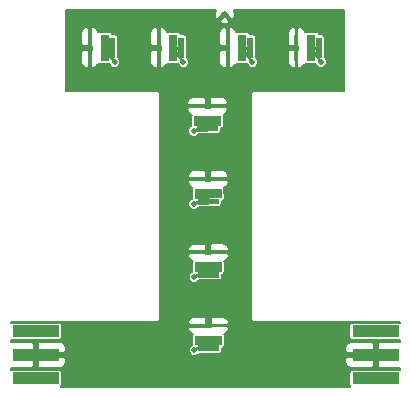
<source format=gtl>
G04 #@! TF.FileFunction,Copper,L1,Top,Signal*
%FSLAX46Y46*%
G04 Gerber Fmt 4.6, Leading zero omitted, Abs format (unit mm)*
G04 Created by KiCad (PCBNEW 4.0.0-rc2-stable) date 3/3/2016 3:47:50 PM*
%MOMM*%
G01*
G04 APERTURE LIST*
%ADD10C,0.150000*%
%ADD11R,0.500000X1.800000*%
%ADD12R,0.320000X2.300000*%
%ADD13R,0.800000X2.300000*%
%ADD14C,0.500000*%
%ADD15R,4.000000X1.000000*%
%ADD16C,0.600000*%
%ADD17C,0.254000*%
%ADD18C,0.152400*%
G04 APERTURE END LIST*
D10*
D11*
X73007390Y-22197104D03*
D12*
X71107390Y-22197104D03*
D13*
X72357390Y-22197104D03*
D14*
X73207390Y-23397104D03*
D11*
X67172870Y-22197104D03*
D12*
X65272870Y-22197104D03*
D13*
X66522870Y-22197104D03*
D14*
X67372870Y-23397104D03*
D11*
X61338347Y-22197104D03*
D12*
X59438347Y-22197104D03*
D13*
X60688347Y-22197104D03*
D14*
X61538347Y-23397104D03*
D11*
X55503820Y-22197104D03*
D12*
X53603820Y-22197104D03*
D13*
X54853820Y-22197104D03*
D14*
X55703820Y-23397104D03*
D10*
G36*
X64556991Y-47858141D02*
X62756994Y-47861440D01*
X62756077Y-47361441D01*
X64556074Y-47358142D01*
X64556991Y-47858141D01*
X64556991Y-47858141D01*
G37*
G36*
X64803342Y-45867687D02*
X62503346Y-45871903D01*
X62502760Y-45551903D01*
X64802756Y-45547687D01*
X64803342Y-45867687D01*
X64803342Y-45867687D01*
G37*
G36*
X64806073Y-47357684D02*
X62506077Y-47361900D01*
X62504611Y-46561902D01*
X64804607Y-46557686D01*
X64806073Y-47357684D01*
X64806073Y-47357684D01*
G37*
D14*
X62456902Y-47811991D03*
D10*
G36*
X64545624Y-41655588D02*
X62745627Y-41658887D01*
X62744710Y-41158888D01*
X64544707Y-41155589D01*
X64545624Y-41655588D01*
X64545624Y-41655588D01*
G37*
G36*
X64791975Y-39665134D02*
X62491979Y-39669350D01*
X62491393Y-39349350D01*
X64791389Y-39345134D01*
X64791975Y-39665134D01*
X64791975Y-39665134D01*
G37*
G36*
X64794706Y-41155131D02*
X62494710Y-41159347D01*
X62493244Y-40359349D01*
X64793240Y-40355133D01*
X64794706Y-41155131D01*
X64794706Y-41155131D01*
G37*
D14*
X62445535Y-41609438D03*
D10*
G36*
X64534792Y-35453389D02*
X62734819Y-35463336D01*
X62732056Y-34963343D01*
X64532029Y-34953396D01*
X64534792Y-35453389D01*
X64534792Y-35453389D01*
G37*
G36*
X64773791Y-33462037D02*
X62473826Y-33474748D01*
X62472057Y-33154753D01*
X64772022Y-33142042D01*
X64773791Y-33462037D01*
X64773791Y-33462037D01*
G37*
G36*
X64782025Y-34952015D02*
X62482060Y-34964725D01*
X62477639Y-34164737D01*
X64777604Y-34152027D01*
X64782025Y-34952015D01*
X64782025Y-34952015D01*
G37*
D14*
X62434547Y-35414995D03*
D10*
G36*
X64500642Y-29273609D02*
X62700669Y-29283556D01*
X62697906Y-28783563D01*
X64497879Y-28773616D01*
X64500642Y-29273609D01*
X64500642Y-29273609D01*
G37*
G36*
X64739641Y-27282257D02*
X62439676Y-27294968D01*
X62437907Y-26974973D01*
X64737872Y-26962262D01*
X64739641Y-27282257D01*
X64739641Y-27282257D01*
G37*
G36*
X64747875Y-28772235D02*
X62447910Y-28784945D01*
X62443489Y-27984957D01*
X64743454Y-27972247D01*
X64747875Y-28772235D01*
X64747875Y-28772235D01*
G37*
D14*
X62400397Y-29235215D03*
D15*
X77811740Y-50192207D03*
X77811740Y-48192207D03*
X77811740Y-46192207D03*
D16*
X76811740Y-50192207D03*
X76811740Y-48192207D03*
X76811740Y-46192207D03*
D15*
X49020844Y-46192207D03*
X49020844Y-48192207D03*
X49020844Y-50192207D03*
D16*
X50020844Y-46192207D03*
X50020844Y-48192207D03*
X50020844Y-50192207D03*
D14*
X65025270Y-19362594D03*
D17*
X73010000Y-22200000D02*
X72360000Y-22200000D01*
X73010000Y-22200000D02*
X72360000Y-22200000D01*
X73010000Y-22200000D02*
X72360000Y-22200000D01*
X73010000Y-22200000D02*
X72360000Y-22200000D01*
X73010000Y-22200000D02*
X72360000Y-22200000D01*
X73010000Y-22200000D02*
X72360000Y-22200000D01*
X73010000Y-22200000D02*
X72360000Y-22200000D01*
X73010000Y-22200000D02*
X72360000Y-22200000D01*
X73010000Y-22200000D02*
X72360000Y-22200000D01*
X72360000Y-22200000D02*
X73210000Y-23400000D01*
X72360000Y-22200000D02*
X73210000Y-23400000D01*
X72360000Y-22200000D02*
X73210000Y-23400000D01*
X72360000Y-22200000D02*
X73210000Y-23400000D01*
X72360000Y-22200000D02*
X73210000Y-23400000D01*
X72360000Y-22200000D02*
X73210000Y-23400000D01*
X72360000Y-22200000D02*
X73210000Y-23400000D01*
X72360000Y-22200000D02*
X73210000Y-23400000D01*
X72360000Y-22200000D02*
X73210000Y-23400000D01*
X67170000Y-22200000D02*
X66520000Y-22200000D01*
X67170000Y-22200000D02*
X66520000Y-22200000D01*
X67170000Y-22200000D02*
X66520000Y-22200000D01*
X67170000Y-22200000D02*
X66520000Y-22200000D01*
X67170000Y-22200000D02*
X66520000Y-22200000D01*
X67170000Y-22200000D02*
X66520000Y-22200000D01*
X67170000Y-22200000D02*
X66520000Y-22200000D01*
X67170000Y-22200000D02*
X66520000Y-22200000D01*
X67170000Y-22200000D02*
X66520000Y-22200000D01*
X66520000Y-22200000D02*
X67370000Y-23400000D01*
X66520000Y-22200000D02*
X67370000Y-23400000D01*
X66520000Y-22200000D02*
X67370000Y-23400000D01*
X66520000Y-22200000D02*
X67370000Y-23400000D01*
X66520000Y-22200000D02*
X67370000Y-23400000D01*
X66520000Y-22200000D02*
X67370000Y-23400000D01*
X66520000Y-22200000D02*
X67370000Y-23400000D01*
X66520000Y-22200000D02*
X67370000Y-23400000D01*
X66520000Y-22200000D02*
X67370000Y-23400000D01*
X61340000Y-22200000D02*
X60690000Y-22200000D01*
X61340000Y-22200000D02*
X60690000Y-22200000D01*
X61340000Y-22200000D02*
X60690000Y-22200000D01*
X61340000Y-22200000D02*
X60690000Y-22200000D01*
X61340000Y-22200000D02*
X60690000Y-22200000D01*
X61340000Y-22200000D02*
X60690000Y-22200000D01*
X61340000Y-22200000D02*
X60690000Y-22200000D01*
X61340000Y-22200000D02*
X60690000Y-22200000D01*
X61340000Y-22200000D02*
X60690000Y-22200000D01*
X60690000Y-22200000D02*
X61540000Y-23400000D01*
X60690000Y-22200000D02*
X61540000Y-23400000D01*
X60690000Y-22200000D02*
X61540000Y-23400000D01*
X60690000Y-22200000D02*
X61540000Y-23400000D01*
X60690000Y-22200000D02*
X61540000Y-23400000D01*
X60690000Y-22200000D02*
X61540000Y-23400000D01*
X60690000Y-22200000D02*
X61540000Y-23400000D01*
X60690000Y-22200000D02*
X61540000Y-23400000D01*
X60690000Y-22200000D02*
X61540000Y-23400000D01*
X55500000Y-22200000D02*
X54850000Y-22200000D01*
X55500000Y-22200000D02*
X54850000Y-22200000D01*
X55500000Y-22200000D02*
X54850000Y-22200000D01*
X55500000Y-22200000D02*
X54850000Y-22200000D01*
X55500000Y-22200000D02*
X54850000Y-22200000D01*
X55500000Y-22200000D02*
X54850000Y-22200000D01*
X55500000Y-22200000D02*
X54850000Y-22200000D01*
X55500000Y-22200000D02*
X54850000Y-22200000D01*
X55500000Y-22200000D02*
X54850000Y-22200000D01*
X54850000Y-22200000D02*
X55700000Y-23400000D01*
X54850000Y-22200000D02*
X55700000Y-23400000D01*
X54850000Y-22200000D02*
X55700000Y-23400000D01*
X54850000Y-22200000D02*
X55700000Y-23400000D01*
X54850000Y-22200000D02*
X55700000Y-23400000D01*
X54850000Y-22200000D02*
X55700000Y-23400000D01*
X54850000Y-22200000D02*
X55700000Y-23400000D01*
X54850000Y-22200000D02*
X55700000Y-23400000D01*
X54850000Y-22200000D02*
X55700000Y-23400000D01*
X63660000Y-47610000D02*
X63660000Y-46960000D01*
X63660000Y-47610000D02*
X63660000Y-46960000D01*
X63660000Y-47610000D02*
X63660000Y-46960000D01*
X63660000Y-47610000D02*
X63660000Y-46960000D01*
X63660000Y-47610000D02*
X63660000Y-46960000D01*
X63660000Y-47610000D02*
X63660000Y-46960000D01*
X63660000Y-47610000D02*
X63660000Y-46960000D01*
X63660000Y-47610000D02*
X63660000Y-46960000D01*
X63660000Y-47610000D02*
X63660000Y-46960000D01*
X63660000Y-46960000D02*
X62460000Y-47810000D01*
X63660000Y-46960000D02*
X62460000Y-47810000D01*
X63660000Y-46960000D02*
X62460000Y-47810000D01*
X63660000Y-46960000D02*
X62460000Y-47810000D01*
X63660000Y-46960000D02*
X62460000Y-47810000D01*
X63660000Y-46960000D02*
X62460000Y-47810000D01*
X63660000Y-46960000D02*
X62460000Y-47810000D01*
X63660000Y-46960000D02*
X62460000Y-47810000D01*
X63660000Y-46960000D02*
X62460000Y-47810000D01*
X63650000Y-41410000D02*
X63640000Y-40760000D01*
X63650000Y-41410000D02*
X63640000Y-40760000D01*
X63650000Y-41410000D02*
X63640000Y-40760000D01*
X63650000Y-41410000D02*
X63640000Y-40760000D01*
X63650000Y-41410000D02*
X63640000Y-40760000D01*
X63650000Y-41410000D02*
X63640000Y-40760000D01*
X63650000Y-41410000D02*
X63640000Y-40760000D01*
X63650000Y-41410000D02*
X63640000Y-40760000D01*
X63650000Y-41410000D02*
X63640000Y-40760000D01*
X63640000Y-40760000D02*
X62450000Y-41610000D01*
X63640000Y-40760000D02*
X62450000Y-41610000D01*
X63640000Y-40760000D02*
X62450000Y-41610000D01*
X63640000Y-40760000D02*
X62450000Y-41610000D01*
X63640000Y-40760000D02*
X62450000Y-41610000D01*
X63640000Y-40760000D02*
X62450000Y-41610000D01*
X63640000Y-40760000D02*
X62450000Y-41610000D01*
X63640000Y-40760000D02*
X62450000Y-41610000D01*
X63640000Y-40760000D02*
X62450000Y-41610000D01*
X63630000Y-35210000D02*
X63630000Y-34560000D01*
X63630000Y-35210000D02*
X63630000Y-34560000D01*
X63630000Y-35210000D02*
X63630000Y-34560000D01*
X63630000Y-35210000D02*
X63630000Y-34560000D01*
X63630000Y-35210000D02*
X63630000Y-34560000D01*
X63630000Y-35210000D02*
X63630000Y-34560000D01*
X63630000Y-35210000D02*
X63630000Y-34560000D01*
X63630000Y-35210000D02*
X63630000Y-34560000D01*
X63630000Y-35210000D02*
X63630000Y-34560000D01*
X63630000Y-34560000D02*
X62430000Y-35410000D01*
X63630000Y-34560000D02*
X62430000Y-35410000D01*
X63630000Y-34560000D02*
X62430000Y-35410000D01*
X63630000Y-34560000D02*
X62430000Y-35410000D01*
X63630000Y-34560000D02*
X62430000Y-35410000D01*
X63630000Y-34560000D02*
X62430000Y-35410000D01*
X63630000Y-34560000D02*
X62430000Y-35410000D01*
X63630000Y-34560000D02*
X62430000Y-35410000D01*
X63630000Y-34560000D02*
X62430000Y-35410000D01*
X63600000Y-29030000D02*
X63600000Y-28380000D01*
X63600000Y-29030000D02*
X63600000Y-28380000D01*
X63600000Y-29030000D02*
X63600000Y-28380000D01*
X63600000Y-29030000D02*
X63600000Y-28380000D01*
X63600000Y-29030000D02*
X63600000Y-28380000D01*
X63600000Y-29030000D02*
X63600000Y-28380000D01*
X63600000Y-29030000D02*
X63600000Y-28380000D01*
X63600000Y-29030000D02*
X63600000Y-28380000D01*
X63600000Y-29030000D02*
X63600000Y-28380000D01*
X63600000Y-28380000D02*
X62400000Y-29240000D01*
X63600000Y-28380000D02*
X62400000Y-29240000D01*
X63600000Y-28380000D02*
X62400000Y-29240000D01*
X63600000Y-28380000D02*
X62400000Y-29240000D01*
X63600000Y-28380000D02*
X62400000Y-29240000D01*
X63600000Y-28380000D02*
X62400000Y-29240000D01*
X63600000Y-28380000D02*
X62400000Y-29240000D01*
X63600000Y-28380000D02*
X62400000Y-29240000D01*
X63600000Y-28380000D02*
X62400000Y-29240000D01*
D18*
G36*
X64178026Y-19287741D02*
X64213874Y-19617665D01*
X64271164Y-19755975D01*
X64446634Y-19764453D01*
X64848493Y-19362594D01*
X64797016Y-19311117D01*
X64973793Y-19134340D01*
X65025270Y-19185817D01*
X65076748Y-19134340D01*
X65253525Y-19311117D01*
X65202047Y-19362594D01*
X65603906Y-19764453D01*
X65779376Y-19755975D01*
X65872514Y-19437447D01*
X65836666Y-19107523D01*
X65791549Y-18998600D01*
X75151400Y-18998600D01*
X75151400Y-25861400D01*
X67500000Y-25861400D01*
X67393384Y-25882607D01*
X67303000Y-25943000D01*
X67242607Y-26033384D01*
X67221400Y-26140000D01*
X67221400Y-45150000D01*
X67242607Y-45256616D01*
X67303000Y-45347000D01*
X67393384Y-45407393D01*
X67500000Y-45428600D01*
X79841400Y-45428600D01*
X79841400Y-45465135D01*
X79811740Y-45459129D01*
X75811740Y-45459129D01*
X75727026Y-45475069D01*
X75649222Y-45525135D01*
X75597025Y-45601527D01*
X75578662Y-45692207D01*
X75578662Y-46692207D01*
X75594602Y-46776921D01*
X75644668Y-46854725D01*
X75721060Y-46906922D01*
X75811740Y-46925285D01*
X79811740Y-46925285D01*
X79841400Y-46919704D01*
X79841400Y-47108007D01*
X78135590Y-47108007D01*
X77989540Y-47254057D01*
X77989540Y-48014407D01*
X78009540Y-48014407D01*
X78009540Y-48370007D01*
X77989540Y-48370007D01*
X77989540Y-49130357D01*
X78135590Y-49276407D01*
X79841400Y-49276407D01*
X79841400Y-49465135D01*
X79811740Y-49459129D01*
X75811740Y-49459129D01*
X75727026Y-49475069D01*
X75649222Y-49525135D01*
X75597025Y-49601527D01*
X75578662Y-49692207D01*
X75578662Y-50692207D01*
X75594602Y-50776921D01*
X75644668Y-50854725D01*
X75669072Y-50871400D01*
X67500000Y-50871400D01*
X67449726Y-50881400D01*
X59350274Y-50881400D01*
X59300000Y-50871400D01*
X51164526Y-50871400D01*
X51183362Y-50859279D01*
X51235559Y-50782887D01*
X51253922Y-50692207D01*
X51253922Y-49692207D01*
X51237982Y-49607493D01*
X51187916Y-49529689D01*
X51111524Y-49477492D01*
X51020844Y-49459129D01*
X47020844Y-49459129D01*
X46936130Y-49475069D01*
X46908600Y-49492784D01*
X46908600Y-49276407D01*
X48696994Y-49276407D01*
X48843044Y-49130357D01*
X48843044Y-48370007D01*
X48823044Y-48370007D01*
X48823044Y-48130540D01*
X49121432Y-48130540D01*
X49166297Y-48479424D01*
X49198644Y-48557517D01*
X49198644Y-49130357D01*
X49344694Y-49276407D01*
X51137048Y-49276407D01*
X51351766Y-49187468D01*
X51516105Y-49023130D01*
X51605044Y-48808412D01*
X51605044Y-48516057D01*
X51458994Y-48370007D01*
X50888764Y-48370007D01*
X50920256Y-48253874D01*
X50889462Y-48014407D01*
X51458994Y-48014407D01*
X51605044Y-47868357D01*
X51605044Y-47576002D01*
X51516105Y-47361284D01*
X51351766Y-47196946D01*
X51137048Y-47108007D01*
X49344694Y-47108007D01*
X49198644Y-47254057D01*
X49198644Y-47845809D01*
X49121432Y-48130540D01*
X48823044Y-48130540D01*
X48823044Y-48014407D01*
X48843044Y-48014407D01*
X48843044Y-47254057D01*
X48696994Y-47108007D01*
X46908600Y-47108007D01*
X46908600Y-46892188D01*
X46930164Y-46906922D01*
X47020844Y-46925285D01*
X51020844Y-46925285D01*
X51105558Y-46909345D01*
X51183362Y-46859279D01*
X51235559Y-46782887D01*
X51253922Y-46692207D01*
X51253922Y-45939023D01*
X61919268Y-45939023D01*
X61919360Y-45989178D01*
X62008693Y-46203733D01*
X62173333Y-46367769D01*
X62319433Y-46427973D01*
X62289730Y-46471615D01*
X62271533Y-46562329D01*
X62272999Y-47362327D01*
X62274374Y-47369564D01*
X62186151Y-47406017D01*
X62051402Y-47540532D01*
X61978386Y-47716374D01*
X61978219Y-47906773D01*
X62050928Y-48082742D01*
X62185443Y-48217491D01*
X62361285Y-48290507D01*
X62551684Y-48290674D01*
X62727653Y-48217965D01*
X62851487Y-48094346D01*
X64557418Y-48091219D01*
X64642103Y-48075123D01*
X64719816Y-48024915D01*
X64771872Y-47948427D01*
X64790069Y-47857714D01*
X64789579Y-47590793D01*
X64806500Y-47590762D01*
X64884155Y-47576002D01*
X75227540Y-47576002D01*
X75227540Y-47868357D01*
X75373590Y-48014407D01*
X75943820Y-48014407D01*
X75912328Y-48130540D01*
X75943122Y-48370007D01*
X75373590Y-48370007D01*
X75227540Y-48516057D01*
X75227540Y-48808412D01*
X75316479Y-49023130D01*
X75480818Y-49187468D01*
X75695536Y-49276407D01*
X77487890Y-49276407D01*
X77633940Y-49130357D01*
X77633940Y-48538605D01*
X77711152Y-48253874D01*
X77666287Y-47904990D01*
X77633940Y-47826897D01*
X77633940Y-47254057D01*
X77487890Y-47108007D01*
X75695536Y-47108007D01*
X75480818Y-47196946D01*
X75316479Y-47361284D01*
X75227540Y-47576002D01*
X64884155Y-47576002D01*
X64891185Y-47574666D01*
X64968897Y-47524458D01*
X65020954Y-47447971D01*
X65039151Y-47357257D01*
X65037685Y-46557259D01*
X65021589Y-46472574D01*
X64989544Y-46422974D01*
X65135172Y-46362340D01*
X65299209Y-46197702D01*
X65387754Y-45982821D01*
X65387662Y-45932666D01*
X65241345Y-45786884D01*
X63830997Y-45789469D01*
X63831144Y-45869469D01*
X63475545Y-45870121D01*
X63475398Y-45790121D01*
X62065050Y-45792706D01*
X61919268Y-45939023D01*
X51253922Y-45939023D01*
X51253922Y-45692207D01*
X51237982Y-45607493D01*
X51187916Y-45529689D01*
X51111524Y-45477492D01*
X51020844Y-45459129D01*
X47020844Y-45459129D01*
X46936130Y-45475069D01*
X46908600Y-45492784D01*
X46908600Y-45436769D01*
X61918348Y-45436769D01*
X61918440Y-45486924D01*
X62064757Y-45632706D01*
X63475105Y-45630121D01*
X63474155Y-45111972D01*
X63473501Y-45111320D01*
X63829754Y-45111320D01*
X63830704Y-45629469D01*
X65241052Y-45626884D01*
X65386834Y-45480567D01*
X65386742Y-45430412D01*
X65297409Y-45215857D01*
X65132769Y-45051821D01*
X64917889Y-44963275D01*
X64685480Y-44963701D01*
X63975536Y-44965003D01*
X63829754Y-45111320D01*
X63473501Y-45111320D01*
X63327837Y-44966190D01*
X62617894Y-44967491D01*
X62385485Y-44967917D01*
X62170930Y-45057250D01*
X62006893Y-45221888D01*
X61918348Y-45436769D01*
X46908600Y-45436769D01*
X46908600Y-45428600D01*
X59300000Y-45428600D01*
X59406616Y-45407393D01*
X59497000Y-45347000D01*
X59557393Y-45256616D01*
X59578600Y-45150000D01*
X59578600Y-39736470D01*
X61907901Y-39736470D01*
X61907993Y-39786625D01*
X61997326Y-40001180D01*
X62161966Y-40165216D01*
X62308066Y-40225420D01*
X62278363Y-40269062D01*
X62260166Y-40359776D01*
X62261632Y-41159774D01*
X62263007Y-41167011D01*
X62174784Y-41203464D01*
X62040035Y-41337979D01*
X61967019Y-41513821D01*
X61966852Y-41704220D01*
X62039561Y-41880189D01*
X62174076Y-42014938D01*
X62349918Y-42087954D01*
X62540317Y-42088121D01*
X62716286Y-42015412D01*
X62840120Y-41891793D01*
X64546051Y-41888666D01*
X64630736Y-41872570D01*
X64708449Y-41822362D01*
X64760505Y-41745874D01*
X64778702Y-41655161D01*
X64778212Y-41388240D01*
X64795133Y-41388209D01*
X64879818Y-41372113D01*
X64957530Y-41321905D01*
X65009587Y-41245418D01*
X65027784Y-41154704D01*
X65026318Y-40354706D01*
X65010222Y-40270021D01*
X64978177Y-40220421D01*
X65123805Y-40159787D01*
X65287842Y-39995149D01*
X65376387Y-39780268D01*
X65376295Y-39730113D01*
X65229978Y-39584331D01*
X63819630Y-39586916D01*
X63819777Y-39666916D01*
X63464178Y-39667568D01*
X63464031Y-39587568D01*
X62053683Y-39590153D01*
X61907901Y-39736470D01*
X59578600Y-39736470D01*
X59578600Y-39234216D01*
X61906981Y-39234216D01*
X61907073Y-39284371D01*
X62053390Y-39430153D01*
X63463738Y-39427568D01*
X63462788Y-38909419D01*
X63462134Y-38908767D01*
X63818387Y-38908767D01*
X63819337Y-39426916D01*
X65229685Y-39424331D01*
X65375467Y-39278014D01*
X65375375Y-39227859D01*
X65286042Y-39013304D01*
X65121402Y-38849268D01*
X64906522Y-38760722D01*
X64674113Y-38761148D01*
X63964169Y-38762450D01*
X63818387Y-38908767D01*
X63462134Y-38908767D01*
X63316470Y-38763637D01*
X62606527Y-38764938D01*
X62374118Y-38765364D01*
X62159563Y-38854697D01*
X61995526Y-39019335D01*
X61906981Y-39234216D01*
X59578600Y-39234216D01*
X59578600Y-33544025D01*
X61890000Y-33544025D01*
X61890277Y-33594179D01*
X61980401Y-33808403D01*
X62145646Y-33971830D01*
X62291967Y-34031493D01*
X62262426Y-34075245D01*
X62244565Y-34166025D01*
X62248986Y-34966013D01*
X62250388Y-34973242D01*
X62163796Y-35009021D01*
X62029047Y-35143536D01*
X61956031Y-35319378D01*
X61955864Y-35509777D01*
X62028573Y-35685746D01*
X62163088Y-35820495D01*
X62338930Y-35893511D01*
X62529329Y-35893678D01*
X62705298Y-35820969D01*
X62830597Y-35695888D01*
X64536080Y-35686463D01*
X64620705Y-35670056D01*
X64698231Y-35619560D01*
X64750005Y-35542882D01*
X64767866Y-35452101D01*
X64766391Y-35185183D01*
X64783313Y-35185089D01*
X64867938Y-35168682D01*
X64945464Y-35118186D01*
X64997238Y-35041507D01*
X65015099Y-34950727D01*
X65010678Y-34150739D01*
X64994271Y-34066114D01*
X64962042Y-34016633D01*
X65107444Y-33955462D01*
X65270873Y-33790218D01*
X65358624Y-33575012D01*
X65358347Y-33524858D01*
X65211492Y-33379617D01*
X63801163Y-33387411D01*
X63801605Y-33467410D01*
X63446011Y-33469375D01*
X63445569Y-33389376D01*
X62035240Y-33397170D01*
X61890000Y-33544025D01*
X59578600Y-33544025D01*
X59578600Y-33041778D01*
X61887224Y-33041778D01*
X61887501Y-33091932D01*
X62034356Y-33237173D01*
X63444685Y-33229379D01*
X63441821Y-32711237D01*
X63439835Y-32709272D01*
X63797416Y-32709272D01*
X63800279Y-33227414D01*
X65210608Y-33219620D01*
X65355848Y-33072765D01*
X65355571Y-33022611D01*
X65265447Y-32808387D01*
X65100202Y-32644960D01*
X64884996Y-32557209D01*
X64652591Y-32558493D01*
X63942656Y-32562417D01*
X63797416Y-32709272D01*
X63439835Y-32709272D01*
X63294966Y-32565996D01*
X62585032Y-32569919D01*
X62352627Y-32571204D01*
X62138404Y-32661328D01*
X61974975Y-32826572D01*
X61887224Y-33041778D01*
X59578600Y-33041778D01*
X59578600Y-27364245D01*
X61855850Y-27364245D01*
X61856127Y-27414399D01*
X61946251Y-27628623D01*
X62111496Y-27792050D01*
X62257817Y-27851713D01*
X62228276Y-27895465D01*
X62210415Y-27986245D01*
X62214836Y-28786233D01*
X62216238Y-28793462D01*
X62129646Y-28829241D01*
X61994897Y-28963756D01*
X61921881Y-29139598D01*
X61921714Y-29329997D01*
X61994423Y-29505966D01*
X62128938Y-29640715D01*
X62304780Y-29713731D01*
X62495179Y-29713898D01*
X62671148Y-29641189D01*
X62796447Y-29516108D01*
X64501930Y-29506683D01*
X64586555Y-29490276D01*
X64664081Y-29439780D01*
X64715855Y-29363102D01*
X64733716Y-29272321D01*
X64732241Y-29005403D01*
X64749163Y-29005309D01*
X64833788Y-28988902D01*
X64911314Y-28938406D01*
X64963088Y-28861727D01*
X64980949Y-28770947D01*
X64976528Y-27970959D01*
X64960121Y-27886334D01*
X64927892Y-27836853D01*
X65073294Y-27775682D01*
X65236723Y-27610438D01*
X65324474Y-27395232D01*
X65324197Y-27345078D01*
X65177342Y-27199837D01*
X63767013Y-27207631D01*
X63767455Y-27287630D01*
X63411861Y-27289595D01*
X63411419Y-27209596D01*
X62001090Y-27217390D01*
X61855850Y-27364245D01*
X59578600Y-27364245D01*
X59578600Y-26861998D01*
X61853074Y-26861998D01*
X61853351Y-26912152D01*
X62000206Y-27057393D01*
X63410535Y-27049599D01*
X63407671Y-26531457D01*
X63405685Y-26529492D01*
X63763266Y-26529492D01*
X63766129Y-27047634D01*
X65176458Y-27039840D01*
X65321698Y-26892985D01*
X65321421Y-26842831D01*
X65231297Y-26628607D01*
X65066052Y-26465180D01*
X64850846Y-26377429D01*
X64618441Y-26378713D01*
X63908506Y-26382637D01*
X63763266Y-26529492D01*
X63405685Y-26529492D01*
X63260816Y-26386216D01*
X62550882Y-26390139D01*
X62318477Y-26391424D01*
X62104254Y-26481548D01*
X61940825Y-26646792D01*
X61853074Y-26861998D01*
X59578600Y-26861998D01*
X59578600Y-26140000D01*
X59557393Y-26033384D01*
X59497000Y-25943000D01*
X59406616Y-25882607D01*
X59300000Y-25861400D01*
X51608600Y-25861400D01*
X51608600Y-22520954D01*
X52859620Y-22520954D01*
X52859620Y-23463308D01*
X52948559Y-23678026D01*
X53112897Y-23842365D01*
X53327615Y-23931304D01*
X53377770Y-23931304D01*
X53523820Y-23785254D01*
X53523820Y-22374904D01*
X53005670Y-22374904D01*
X52859620Y-22520954D01*
X51608600Y-22520954D01*
X51608600Y-20930900D01*
X52859620Y-20930900D01*
X52859620Y-21873254D01*
X53005670Y-22019304D01*
X53523820Y-22019304D01*
X53523820Y-20608954D01*
X53683820Y-20608954D01*
X53683820Y-22019304D01*
X53763820Y-22019304D01*
X53763820Y-22374904D01*
X53683820Y-22374904D01*
X53683820Y-23785254D01*
X53829870Y-23931304D01*
X53880025Y-23931304D01*
X54094743Y-23842365D01*
X54259081Y-23678026D01*
X54319552Y-23532036D01*
X54363140Y-23561819D01*
X54453820Y-23580182D01*
X55253820Y-23580182D01*
X55261058Y-23578820D01*
X55297846Y-23667855D01*
X55432361Y-23802604D01*
X55608203Y-23875620D01*
X55798602Y-23875787D01*
X55974571Y-23803078D01*
X56109320Y-23668563D01*
X56182336Y-23492721D01*
X56182503Y-23302322D01*
X56109794Y-23126353D01*
X55986898Y-23003243D01*
X55986898Y-22520954D01*
X58694147Y-22520954D01*
X58694147Y-23463308D01*
X58783086Y-23678026D01*
X58947424Y-23842365D01*
X59162142Y-23931304D01*
X59212297Y-23931304D01*
X59358347Y-23785254D01*
X59358347Y-22374904D01*
X58840197Y-22374904D01*
X58694147Y-22520954D01*
X55986898Y-22520954D01*
X55986898Y-21297104D01*
X55970958Y-21212390D01*
X55920892Y-21134586D01*
X55844500Y-21082389D01*
X55753820Y-21064026D01*
X55486898Y-21064026D01*
X55486898Y-21047104D01*
X55470958Y-20962390D01*
X55450695Y-20930900D01*
X58694147Y-20930900D01*
X58694147Y-21873254D01*
X58840197Y-22019304D01*
X59358347Y-22019304D01*
X59358347Y-20608954D01*
X59518347Y-20608954D01*
X59518347Y-22019304D01*
X59598347Y-22019304D01*
X59598347Y-22374904D01*
X59518347Y-22374904D01*
X59518347Y-23785254D01*
X59664397Y-23931304D01*
X59714552Y-23931304D01*
X59929270Y-23842365D01*
X60093608Y-23678026D01*
X60154079Y-23532036D01*
X60197667Y-23561819D01*
X60288347Y-23580182D01*
X61088347Y-23580182D01*
X61095585Y-23578820D01*
X61132373Y-23667855D01*
X61266888Y-23802604D01*
X61442730Y-23875620D01*
X61633129Y-23875787D01*
X61809098Y-23803078D01*
X61943847Y-23668563D01*
X62016863Y-23492721D01*
X62017030Y-23302322D01*
X61944321Y-23126353D01*
X61821425Y-23003243D01*
X61821425Y-22520954D01*
X64528670Y-22520954D01*
X64528670Y-23463308D01*
X64617609Y-23678026D01*
X64781947Y-23842365D01*
X64996665Y-23931304D01*
X65046820Y-23931304D01*
X65192870Y-23785254D01*
X65192870Y-22374904D01*
X64674720Y-22374904D01*
X64528670Y-22520954D01*
X61821425Y-22520954D01*
X61821425Y-21297104D01*
X61805485Y-21212390D01*
X61755419Y-21134586D01*
X61679027Y-21082389D01*
X61588347Y-21064026D01*
X61321425Y-21064026D01*
X61321425Y-21047104D01*
X61305485Y-20962390D01*
X61285222Y-20930900D01*
X64528670Y-20930900D01*
X64528670Y-21873254D01*
X64674720Y-22019304D01*
X65192870Y-22019304D01*
X65192870Y-20608954D01*
X65352870Y-20608954D01*
X65352870Y-22019304D01*
X65432870Y-22019304D01*
X65432870Y-22374904D01*
X65352870Y-22374904D01*
X65352870Y-23785254D01*
X65498920Y-23931304D01*
X65549075Y-23931304D01*
X65763793Y-23842365D01*
X65928131Y-23678026D01*
X65988602Y-23532036D01*
X66032190Y-23561819D01*
X66122870Y-23580182D01*
X66922870Y-23580182D01*
X66930108Y-23578820D01*
X66966896Y-23667855D01*
X67101411Y-23802604D01*
X67277253Y-23875620D01*
X67467652Y-23875787D01*
X67643621Y-23803078D01*
X67778370Y-23668563D01*
X67851386Y-23492721D01*
X67851553Y-23302322D01*
X67778844Y-23126353D01*
X67655948Y-23003243D01*
X67655948Y-22520954D01*
X70363190Y-22520954D01*
X70363190Y-23463308D01*
X70452129Y-23678026D01*
X70616467Y-23842365D01*
X70831185Y-23931304D01*
X70881340Y-23931304D01*
X71027390Y-23785254D01*
X71027390Y-22374904D01*
X70509240Y-22374904D01*
X70363190Y-22520954D01*
X67655948Y-22520954D01*
X67655948Y-21297104D01*
X67640008Y-21212390D01*
X67589942Y-21134586D01*
X67513550Y-21082389D01*
X67422870Y-21064026D01*
X67155948Y-21064026D01*
X67155948Y-21047104D01*
X67140008Y-20962390D01*
X67119745Y-20930900D01*
X70363190Y-20930900D01*
X70363190Y-21873254D01*
X70509240Y-22019304D01*
X71027390Y-22019304D01*
X71027390Y-20608954D01*
X71187390Y-20608954D01*
X71187390Y-22019304D01*
X71267390Y-22019304D01*
X71267390Y-22374904D01*
X71187390Y-22374904D01*
X71187390Y-23785254D01*
X71333440Y-23931304D01*
X71383595Y-23931304D01*
X71598313Y-23842365D01*
X71762651Y-23678026D01*
X71823122Y-23532036D01*
X71866710Y-23561819D01*
X71957390Y-23580182D01*
X72757390Y-23580182D01*
X72764628Y-23578820D01*
X72801416Y-23667855D01*
X72935931Y-23802604D01*
X73111773Y-23875620D01*
X73302172Y-23875787D01*
X73478141Y-23803078D01*
X73612890Y-23668563D01*
X73685906Y-23492721D01*
X73686073Y-23302322D01*
X73613364Y-23126353D01*
X73490468Y-23003243D01*
X73490468Y-21297104D01*
X73474528Y-21212390D01*
X73424462Y-21134586D01*
X73348070Y-21082389D01*
X73257390Y-21064026D01*
X72990468Y-21064026D01*
X72990468Y-21047104D01*
X72974528Y-20962390D01*
X72924462Y-20884586D01*
X72848070Y-20832389D01*
X72757390Y-20814026D01*
X71957390Y-20814026D01*
X71872676Y-20829966D01*
X71823018Y-20861921D01*
X71762651Y-20716182D01*
X71598313Y-20551843D01*
X71383595Y-20462904D01*
X71333440Y-20462904D01*
X71187390Y-20608954D01*
X71027390Y-20608954D01*
X70881340Y-20462904D01*
X70831185Y-20462904D01*
X70616467Y-20551843D01*
X70452129Y-20716182D01*
X70363190Y-20930900D01*
X67119745Y-20930900D01*
X67089942Y-20884586D01*
X67013550Y-20832389D01*
X66922870Y-20814026D01*
X66122870Y-20814026D01*
X66038156Y-20829966D01*
X65988498Y-20861921D01*
X65928131Y-20716182D01*
X65763793Y-20551843D01*
X65549075Y-20462904D01*
X65498920Y-20462904D01*
X65352870Y-20608954D01*
X65192870Y-20608954D01*
X65046820Y-20462904D01*
X64996665Y-20462904D01*
X64781947Y-20551843D01*
X64617609Y-20716182D01*
X64528670Y-20930900D01*
X61285222Y-20930900D01*
X61255419Y-20884586D01*
X61179027Y-20832389D01*
X61088347Y-20814026D01*
X60288347Y-20814026D01*
X60203633Y-20829966D01*
X60153975Y-20861921D01*
X60093608Y-20716182D01*
X59929270Y-20551843D01*
X59714552Y-20462904D01*
X59664397Y-20462904D01*
X59518347Y-20608954D01*
X59358347Y-20608954D01*
X59212297Y-20462904D01*
X59162142Y-20462904D01*
X58947424Y-20551843D01*
X58783086Y-20716182D01*
X58694147Y-20930900D01*
X55450695Y-20930900D01*
X55420892Y-20884586D01*
X55344500Y-20832389D01*
X55253820Y-20814026D01*
X54453820Y-20814026D01*
X54369106Y-20829966D01*
X54319448Y-20861921D01*
X54259081Y-20716182D01*
X54094743Y-20551843D01*
X53880025Y-20462904D01*
X53829870Y-20462904D01*
X53683820Y-20608954D01*
X53523820Y-20608954D01*
X53377770Y-20462904D01*
X53327615Y-20462904D01*
X53112897Y-20551843D01*
X52948559Y-20716182D01*
X52859620Y-20930900D01*
X51608600Y-20930900D01*
X51608600Y-19941230D01*
X64623411Y-19941230D01*
X64631889Y-20116700D01*
X64950417Y-20209838D01*
X65280341Y-20173990D01*
X65418651Y-20116700D01*
X65427129Y-19941230D01*
X65025270Y-19539371D01*
X64623411Y-19941230D01*
X51608600Y-19941230D01*
X51608600Y-18998600D01*
X64262571Y-18998600D01*
X64178026Y-19287741D01*
X64178026Y-19287741D01*
G37*
X64178026Y-19287741D02*
X64213874Y-19617665D01*
X64271164Y-19755975D01*
X64446634Y-19764453D01*
X64848493Y-19362594D01*
X64797016Y-19311117D01*
X64973793Y-19134340D01*
X65025270Y-19185817D01*
X65076748Y-19134340D01*
X65253525Y-19311117D01*
X65202047Y-19362594D01*
X65603906Y-19764453D01*
X65779376Y-19755975D01*
X65872514Y-19437447D01*
X65836666Y-19107523D01*
X65791549Y-18998600D01*
X75151400Y-18998600D01*
X75151400Y-25861400D01*
X67500000Y-25861400D01*
X67393384Y-25882607D01*
X67303000Y-25943000D01*
X67242607Y-26033384D01*
X67221400Y-26140000D01*
X67221400Y-45150000D01*
X67242607Y-45256616D01*
X67303000Y-45347000D01*
X67393384Y-45407393D01*
X67500000Y-45428600D01*
X79841400Y-45428600D01*
X79841400Y-45465135D01*
X79811740Y-45459129D01*
X75811740Y-45459129D01*
X75727026Y-45475069D01*
X75649222Y-45525135D01*
X75597025Y-45601527D01*
X75578662Y-45692207D01*
X75578662Y-46692207D01*
X75594602Y-46776921D01*
X75644668Y-46854725D01*
X75721060Y-46906922D01*
X75811740Y-46925285D01*
X79811740Y-46925285D01*
X79841400Y-46919704D01*
X79841400Y-47108007D01*
X78135590Y-47108007D01*
X77989540Y-47254057D01*
X77989540Y-48014407D01*
X78009540Y-48014407D01*
X78009540Y-48370007D01*
X77989540Y-48370007D01*
X77989540Y-49130357D01*
X78135590Y-49276407D01*
X79841400Y-49276407D01*
X79841400Y-49465135D01*
X79811740Y-49459129D01*
X75811740Y-49459129D01*
X75727026Y-49475069D01*
X75649222Y-49525135D01*
X75597025Y-49601527D01*
X75578662Y-49692207D01*
X75578662Y-50692207D01*
X75594602Y-50776921D01*
X75644668Y-50854725D01*
X75669072Y-50871400D01*
X67500000Y-50871400D01*
X67449726Y-50881400D01*
X59350274Y-50881400D01*
X59300000Y-50871400D01*
X51164526Y-50871400D01*
X51183362Y-50859279D01*
X51235559Y-50782887D01*
X51253922Y-50692207D01*
X51253922Y-49692207D01*
X51237982Y-49607493D01*
X51187916Y-49529689D01*
X51111524Y-49477492D01*
X51020844Y-49459129D01*
X47020844Y-49459129D01*
X46936130Y-49475069D01*
X46908600Y-49492784D01*
X46908600Y-49276407D01*
X48696994Y-49276407D01*
X48843044Y-49130357D01*
X48843044Y-48370007D01*
X48823044Y-48370007D01*
X48823044Y-48130540D01*
X49121432Y-48130540D01*
X49166297Y-48479424D01*
X49198644Y-48557517D01*
X49198644Y-49130357D01*
X49344694Y-49276407D01*
X51137048Y-49276407D01*
X51351766Y-49187468D01*
X51516105Y-49023130D01*
X51605044Y-48808412D01*
X51605044Y-48516057D01*
X51458994Y-48370007D01*
X50888764Y-48370007D01*
X50920256Y-48253874D01*
X50889462Y-48014407D01*
X51458994Y-48014407D01*
X51605044Y-47868357D01*
X51605044Y-47576002D01*
X51516105Y-47361284D01*
X51351766Y-47196946D01*
X51137048Y-47108007D01*
X49344694Y-47108007D01*
X49198644Y-47254057D01*
X49198644Y-47845809D01*
X49121432Y-48130540D01*
X48823044Y-48130540D01*
X48823044Y-48014407D01*
X48843044Y-48014407D01*
X48843044Y-47254057D01*
X48696994Y-47108007D01*
X46908600Y-47108007D01*
X46908600Y-46892188D01*
X46930164Y-46906922D01*
X47020844Y-46925285D01*
X51020844Y-46925285D01*
X51105558Y-46909345D01*
X51183362Y-46859279D01*
X51235559Y-46782887D01*
X51253922Y-46692207D01*
X51253922Y-45939023D01*
X61919268Y-45939023D01*
X61919360Y-45989178D01*
X62008693Y-46203733D01*
X62173333Y-46367769D01*
X62319433Y-46427973D01*
X62289730Y-46471615D01*
X62271533Y-46562329D01*
X62272999Y-47362327D01*
X62274374Y-47369564D01*
X62186151Y-47406017D01*
X62051402Y-47540532D01*
X61978386Y-47716374D01*
X61978219Y-47906773D01*
X62050928Y-48082742D01*
X62185443Y-48217491D01*
X62361285Y-48290507D01*
X62551684Y-48290674D01*
X62727653Y-48217965D01*
X62851487Y-48094346D01*
X64557418Y-48091219D01*
X64642103Y-48075123D01*
X64719816Y-48024915D01*
X64771872Y-47948427D01*
X64790069Y-47857714D01*
X64789579Y-47590793D01*
X64806500Y-47590762D01*
X64884155Y-47576002D01*
X75227540Y-47576002D01*
X75227540Y-47868357D01*
X75373590Y-48014407D01*
X75943820Y-48014407D01*
X75912328Y-48130540D01*
X75943122Y-48370007D01*
X75373590Y-48370007D01*
X75227540Y-48516057D01*
X75227540Y-48808412D01*
X75316479Y-49023130D01*
X75480818Y-49187468D01*
X75695536Y-49276407D01*
X77487890Y-49276407D01*
X77633940Y-49130357D01*
X77633940Y-48538605D01*
X77711152Y-48253874D01*
X77666287Y-47904990D01*
X77633940Y-47826897D01*
X77633940Y-47254057D01*
X77487890Y-47108007D01*
X75695536Y-47108007D01*
X75480818Y-47196946D01*
X75316479Y-47361284D01*
X75227540Y-47576002D01*
X64884155Y-47576002D01*
X64891185Y-47574666D01*
X64968897Y-47524458D01*
X65020954Y-47447971D01*
X65039151Y-47357257D01*
X65037685Y-46557259D01*
X65021589Y-46472574D01*
X64989544Y-46422974D01*
X65135172Y-46362340D01*
X65299209Y-46197702D01*
X65387754Y-45982821D01*
X65387662Y-45932666D01*
X65241345Y-45786884D01*
X63830997Y-45789469D01*
X63831144Y-45869469D01*
X63475545Y-45870121D01*
X63475398Y-45790121D01*
X62065050Y-45792706D01*
X61919268Y-45939023D01*
X51253922Y-45939023D01*
X51253922Y-45692207D01*
X51237982Y-45607493D01*
X51187916Y-45529689D01*
X51111524Y-45477492D01*
X51020844Y-45459129D01*
X47020844Y-45459129D01*
X46936130Y-45475069D01*
X46908600Y-45492784D01*
X46908600Y-45436769D01*
X61918348Y-45436769D01*
X61918440Y-45486924D01*
X62064757Y-45632706D01*
X63475105Y-45630121D01*
X63474155Y-45111972D01*
X63473501Y-45111320D01*
X63829754Y-45111320D01*
X63830704Y-45629469D01*
X65241052Y-45626884D01*
X65386834Y-45480567D01*
X65386742Y-45430412D01*
X65297409Y-45215857D01*
X65132769Y-45051821D01*
X64917889Y-44963275D01*
X64685480Y-44963701D01*
X63975536Y-44965003D01*
X63829754Y-45111320D01*
X63473501Y-45111320D01*
X63327837Y-44966190D01*
X62617894Y-44967491D01*
X62385485Y-44967917D01*
X62170930Y-45057250D01*
X62006893Y-45221888D01*
X61918348Y-45436769D01*
X46908600Y-45436769D01*
X46908600Y-45428600D01*
X59300000Y-45428600D01*
X59406616Y-45407393D01*
X59497000Y-45347000D01*
X59557393Y-45256616D01*
X59578600Y-45150000D01*
X59578600Y-39736470D01*
X61907901Y-39736470D01*
X61907993Y-39786625D01*
X61997326Y-40001180D01*
X62161966Y-40165216D01*
X62308066Y-40225420D01*
X62278363Y-40269062D01*
X62260166Y-40359776D01*
X62261632Y-41159774D01*
X62263007Y-41167011D01*
X62174784Y-41203464D01*
X62040035Y-41337979D01*
X61967019Y-41513821D01*
X61966852Y-41704220D01*
X62039561Y-41880189D01*
X62174076Y-42014938D01*
X62349918Y-42087954D01*
X62540317Y-42088121D01*
X62716286Y-42015412D01*
X62840120Y-41891793D01*
X64546051Y-41888666D01*
X64630736Y-41872570D01*
X64708449Y-41822362D01*
X64760505Y-41745874D01*
X64778702Y-41655161D01*
X64778212Y-41388240D01*
X64795133Y-41388209D01*
X64879818Y-41372113D01*
X64957530Y-41321905D01*
X65009587Y-41245418D01*
X65027784Y-41154704D01*
X65026318Y-40354706D01*
X65010222Y-40270021D01*
X64978177Y-40220421D01*
X65123805Y-40159787D01*
X65287842Y-39995149D01*
X65376387Y-39780268D01*
X65376295Y-39730113D01*
X65229978Y-39584331D01*
X63819630Y-39586916D01*
X63819777Y-39666916D01*
X63464178Y-39667568D01*
X63464031Y-39587568D01*
X62053683Y-39590153D01*
X61907901Y-39736470D01*
X59578600Y-39736470D01*
X59578600Y-39234216D01*
X61906981Y-39234216D01*
X61907073Y-39284371D01*
X62053390Y-39430153D01*
X63463738Y-39427568D01*
X63462788Y-38909419D01*
X63462134Y-38908767D01*
X63818387Y-38908767D01*
X63819337Y-39426916D01*
X65229685Y-39424331D01*
X65375467Y-39278014D01*
X65375375Y-39227859D01*
X65286042Y-39013304D01*
X65121402Y-38849268D01*
X64906522Y-38760722D01*
X64674113Y-38761148D01*
X63964169Y-38762450D01*
X63818387Y-38908767D01*
X63462134Y-38908767D01*
X63316470Y-38763637D01*
X62606527Y-38764938D01*
X62374118Y-38765364D01*
X62159563Y-38854697D01*
X61995526Y-39019335D01*
X61906981Y-39234216D01*
X59578600Y-39234216D01*
X59578600Y-33544025D01*
X61890000Y-33544025D01*
X61890277Y-33594179D01*
X61980401Y-33808403D01*
X62145646Y-33971830D01*
X62291967Y-34031493D01*
X62262426Y-34075245D01*
X62244565Y-34166025D01*
X62248986Y-34966013D01*
X62250388Y-34973242D01*
X62163796Y-35009021D01*
X62029047Y-35143536D01*
X61956031Y-35319378D01*
X61955864Y-35509777D01*
X62028573Y-35685746D01*
X62163088Y-35820495D01*
X62338930Y-35893511D01*
X62529329Y-35893678D01*
X62705298Y-35820969D01*
X62830597Y-35695888D01*
X64536080Y-35686463D01*
X64620705Y-35670056D01*
X64698231Y-35619560D01*
X64750005Y-35542882D01*
X64767866Y-35452101D01*
X64766391Y-35185183D01*
X64783313Y-35185089D01*
X64867938Y-35168682D01*
X64945464Y-35118186D01*
X64997238Y-35041507D01*
X65015099Y-34950727D01*
X65010678Y-34150739D01*
X64994271Y-34066114D01*
X64962042Y-34016633D01*
X65107444Y-33955462D01*
X65270873Y-33790218D01*
X65358624Y-33575012D01*
X65358347Y-33524858D01*
X65211492Y-33379617D01*
X63801163Y-33387411D01*
X63801605Y-33467410D01*
X63446011Y-33469375D01*
X63445569Y-33389376D01*
X62035240Y-33397170D01*
X61890000Y-33544025D01*
X59578600Y-33544025D01*
X59578600Y-33041778D01*
X61887224Y-33041778D01*
X61887501Y-33091932D01*
X62034356Y-33237173D01*
X63444685Y-33229379D01*
X63441821Y-32711237D01*
X63439835Y-32709272D01*
X63797416Y-32709272D01*
X63800279Y-33227414D01*
X65210608Y-33219620D01*
X65355848Y-33072765D01*
X65355571Y-33022611D01*
X65265447Y-32808387D01*
X65100202Y-32644960D01*
X64884996Y-32557209D01*
X64652591Y-32558493D01*
X63942656Y-32562417D01*
X63797416Y-32709272D01*
X63439835Y-32709272D01*
X63294966Y-32565996D01*
X62585032Y-32569919D01*
X62352627Y-32571204D01*
X62138404Y-32661328D01*
X61974975Y-32826572D01*
X61887224Y-33041778D01*
X59578600Y-33041778D01*
X59578600Y-27364245D01*
X61855850Y-27364245D01*
X61856127Y-27414399D01*
X61946251Y-27628623D01*
X62111496Y-27792050D01*
X62257817Y-27851713D01*
X62228276Y-27895465D01*
X62210415Y-27986245D01*
X62214836Y-28786233D01*
X62216238Y-28793462D01*
X62129646Y-28829241D01*
X61994897Y-28963756D01*
X61921881Y-29139598D01*
X61921714Y-29329997D01*
X61994423Y-29505966D01*
X62128938Y-29640715D01*
X62304780Y-29713731D01*
X62495179Y-29713898D01*
X62671148Y-29641189D01*
X62796447Y-29516108D01*
X64501930Y-29506683D01*
X64586555Y-29490276D01*
X64664081Y-29439780D01*
X64715855Y-29363102D01*
X64733716Y-29272321D01*
X64732241Y-29005403D01*
X64749163Y-29005309D01*
X64833788Y-28988902D01*
X64911314Y-28938406D01*
X64963088Y-28861727D01*
X64980949Y-28770947D01*
X64976528Y-27970959D01*
X64960121Y-27886334D01*
X64927892Y-27836853D01*
X65073294Y-27775682D01*
X65236723Y-27610438D01*
X65324474Y-27395232D01*
X65324197Y-27345078D01*
X65177342Y-27199837D01*
X63767013Y-27207631D01*
X63767455Y-27287630D01*
X63411861Y-27289595D01*
X63411419Y-27209596D01*
X62001090Y-27217390D01*
X61855850Y-27364245D01*
X59578600Y-27364245D01*
X59578600Y-26861998D01*
X61853074Y-26861998D01*
X61853351Y-26912152D01*
X62000206Y-27057393D01*
X63410535Y-27049599D01*
X63407671Y-26531457D01*
X63405685Y-26529492D01*
X63763266Y-26529492D01*
X63766129Y-27047634D01*
X65176458Y-27039840D01*
X65321698Y-26892985D01*
X65321421Y-26842831D01*
X65231297Y-26628607D01*
X65066052Y-26465180D01*
X64850846Y-26377429D01*
X64618441Y-26378713D01*
X63908506Y-26382637D01*
X63763266Y-26529492D01*
X63405685Y-26529492D01*
X63260816Y-26386216D01*
X62550882Y-26390139D01*
X62318477Y-26391424D01*
X62104254Y-26481548D01*
X61940825Y-26646792D01*
X61853074Y-26861998D01*
X59578600Y-26861998D01*
X59578600Y-26140000D01*
X59557393Y-26033384D01*
X59497000Y-25943000D01*
X59406616Y-25882607D01*
X59300000Y-25861400D01*
X51608600Y-25861400D01*
X51608600Y-22520954D01*
X52859620Y-22520954D01*
X52859620Y-23463308D01*
X52948559Y-23678026D01*
X53112897Y-23842365D01*
X53327615Y-23931304D01*
X53377770Y-23931304D01*
X53523820Y-23785254D01*
X53523820Y-22374904D01*
X53005670Y-22374904D01*
X52859620Y-22520954D01*
X51608600Y-22520954D01*
X51608600Y-20930900D01*
X52859620Y-20930900D01*
X52859620Y-21873254D01*
X53005670Y-22019304D01*
X53523820Y-22019304D01*
X53523820Y-20608954D01*
X53683820Y-20608954D01*
X53683820Y-22019304D01*
X53763820Y-22019304D01*
X53763820Y-22374904D01*
X53683820Y-22374904D01*
X53683820Y-23785254D01*
X53829870Y-23931304D01*
X53880025Y-23931304D01*
X54094743Y-23842365D01*
X54259081Y-23678026D01*
X54319552Y-23532036D01*
X54363140Y-23561819D01*
X54453820Y-23580182D01*
X55253820Y-23580182D01*
X55261058Y-23578820D01*
X55297846Y-23667855D01*
X55432361Y-23802604D01*
X55608203Y-23875620D01*
X55798602Y-23875787D01*
X55974571Y-23803078D01*
X56109320Y-23668563D01*
X56182336Y-23492721D01*
X56182503Y-23302322D01*
X56109794Y-23126353D01*
X55986898Y-23003243D01*
X55986898Y-22520954D01*
X58694147Y-22520954D01*
X58694147Y-23463308D01*
X58783086Y-23678026D01*
X58947424Y-23842365D01*
X59162142Y-23931304D01*
X59212297Y-23931304D01*
X59358347Y-23785254D01*
X59358347Y-22374904D01*
X58840197Y-22374904D01*
X58694147Y-22520954D01*
X55986898Y-22520954D01*
X55986898Y-21297104D01*
X55970958Y-21212390D01*
X55920892Y-21134586D01*
X55844500Y-21082389D01*
X55753820Y-21064026D01*
X55486898Y-21064026D01*
X55486898Y-21047104D01*
X55470958Y-20962390D01*
X55450695Y-20930900D01*
X58694147Y-20930900D01*
X58694147Y-21873254D01*
X58840197Y-22019304D01*
X59358347Y-22019304D01*
X59358347Y-20608954D01*
X59518347Y-20608954D01*
X59518347Y-22019304D01*
X59598347Y-22019304D01*
X59598347Y-22374904D01*
X59518347Y-22374904D01*
X59518347Y-23785254D01*
X59664397Y-23931304D01*
X59714552Y-23931304D01*
X59929270Y-23842365D01*
X60093608Y-23678026D01*
X60154079Y-23532036D01*
X60197667Y-23561819D01*
X60288347Y-23580182D01*
X61088347Y-23580182D01*
X61095585Y-23578820D01*
X61132373Y-23667855D01*
X61266888Y-23802604D01*
X61442730Y-23875620D01*
X61633129Y-23875787D01*
X61809098Y-23803078D01*
X61943847Y-23668563D01*
X62016863Y-23492721D01*
X62017030Y-23302322D01*
X61944321Y-23126353D01*
X61821425Y-23003243D01*
X61821425Y-22520954D01*
X64528670Y-22520954D01*
X64528670Y-23463308D01*
X64617609Y-23678026D01*
X64781947Y-23842365D01*
X64996665Y-23931304D01*
X65046820Y-23931304D01*
X65192870Y-23785254D01*
X65192870Y-22374904D01*
X64674720Y-22374904D01*
X64528670Y-22520954D01*
X61821425Y-22520954D01*
X61821425Y-21297104D01*
X61805485Y-21212390D01*
X61755419Y-21134586D01*
X61679027Y-21082389D01*
X61588347Y-21064026D01*
X61321425Y-21064026D01*
X61321425Y-21047104D01*
X61305485Y-20962390D01*
X61285222Y-20930900D01*
X64528670Y-20930900D01*
X64528670Y-21873254D01*
X64674720Y-22019304D01*
X65192870Y-22019304D01*
X65192870Y-20608954D01*
X65352870Y-20608954D01*
X65352870Y-22019304D01*
X65432870Y-22019304D01*
X65432870Y-22374904D01*
X65352870Y-22374904D01*
X65352870Y-23785254D01*
X65498920Y-23931304D01*
X65549075Y-23931304D01*
X65763793Y-23842365D01*
X65928131Y-23678026D01*
X65988602Y-23532036D01*
X66032190Y-23561819D01*
X66122870Y-23580182D01*
X66922870Y-23580182D01*
X66930108Y-23578820D01*
X66966896Y-23667855D01*
X67101411Y-23802604D01*
X67277253Y-23875620D01*
X67467652Y-23875787D01*
X67643621Y-23803078D01*
X67778370Y-23668563D01*
X67851386Y-23492721D01*
X67851553Y-23302322D01*
X67778844Y-23126353D01*
X67655948Y-23003243D01*
X67655948Y-22520954D01*
X70363190Y-22520954D01*
X70363190Y-23463308D01*
X70452129Y-23678026D01*
X70616467Y-23842365D01*
X70831185Y-23931304D01*
X70881340Y-23931304D01*
X71027390Y-23785254D01*
X71027390Y-22374904D01*
X70509240Y-22374904D01*
X70363190Y-22520954D01*
X67655948Y-22520954D01*
X67655948Y-21297104D01*
X67640008Y-21212390D01*
X67589942Y-21134586D01*
X67513550Y-21082389D01*
X67422870Y-21064026D01*
X67155948Y-21064026D01*
X67155948Y-21047104D01*
X67140008Y-20962390D01*
X67119745Y-20930900D01*
X70363190Y-20930900D01*
X70363190Y-21873254D01*
X70509240Y-22019304D01*
X71027390Y-22019304D01*
X71027390Y-20608954D01*
X71187390Y-20608954D01*
X71187390Y-22019304D01*
X71267390Y-22019304D01*
X71267390Y-22374904D01*
X71187390Y-22374904D01*
X71187390Y-23785254D01*
X71333440Y-23931304D01*
X71383595Y-23931304D01*
X71598313Y-23842365D01*
X71762651Y-23678026D01*
X71823122Y-23532036D01*
X71866710Y-23561819D01*
X71957390Y-23580182D01*
X72757390Y-23580182D01*
X72764628Y-23578820D01*
X72801416Y-23667855D01*
X72935931Y-23802604D01*
X73111773Y-23875620D01*
X73302172Y-23875787D01*
X73478141Y-23803078D01*
X73612890Y-23668563D01*
X73685906Y-23492721D01*
X73686073Y-23302322D01*
X73613364Y-23126353D01*
X73490468Y-23003243D01*
X73490468Y-21297104D01*
X73474528Y-21212390D01*
X73424462Y-21134586D01*
X73348070Y-21082389D01*
X73257390Y-21064026D01*
X72990468Y-21064026D01*
X72990468Y-21047104D01*
X72974528Y-20962390D01*
X72924462Y-20884586D01*
X72848070Y-20832389D01*
X72757390Y-20814026D01*
X71957390Y-20814026D01*
X71872676Y-20829966D01*
X71823018Y-20861921D01*
X71762651Y-20716182D01*
X71598313Y-20551843D01*
X71383595Y-20462904D01*
X71333440Y-20462904D01*
X71187390Y-20608954D01*
X71027390Y-20608954D01*
X70881340Y-20462904D01*
X70831185Y-20462904D01*
X70616467Y-20551843D01*
X70452129Y-20716182D01*
X70363190Y-20930900D01*
X67119745Y-20930900D01*
X67089942Y-20884586D01*
X67013550Y-20832389D01*
X66922870Y-20814026D01*
X66122870Y-20814026D01*
X66038156Y-20829966D01*
X65988498Y-20861921D01*
X65928131Y-20716182D01*
X65763793Y-20551843D01*
X65549075Y-20462904D01*
X65498920Y-20462904D01*
X65352870Y-20608954D01*
X65192870Y-20608954D01*
X65046820Y-20462904D01*
X64996665Y-20462904D01*
X64781947Y-20551843D01*
X64617609Y-20716182D01*
X64528670Y-20930900D01*
X61285222Y-20930900D01*
X61255419Y-20884586D01*
X61179027Y-20832389D01*
X61088347Y-20814026D01*
X60288347Y-20814026D01*
X60203633Y-20829966D01*
X60153975Y-20861921D01*
X60093608Y-20716182D01*
X59929270Y-20551843D01*
X59714552Y-20462904D01*
X59664397Y-20462904D01*
X59518347Y-20608954D01*
X59358347Y-20608954D01*
X59212297Y-20462904D01*
X59162142Y-20462904D01*
X58947424Y-20551843D01*
X58783086Y-20716182D01*
X58694147Y-20930900D01*
X55450695Y-20930900D01*
X55420892Y-20884586D01*
X55344500Y-20832389D01*
X55253820Y-20814026D01*
X54453820Y-20814026D01*
X54369106Y-20829966D01*
X54319448Y-20861921D01*
X54259081Y-20716182D01*
X54094743Y-20551843D01*
X53880025Y-20462904D01*
X53829870Y-20462904D01*
X53683820Y-20608954D01*
X53523820Y-20608954D01*
X53377770Y-20462904D01*
X53327615Y-20462904D01*
X53112897Y-20551843D01*
X52948559Y-20716182D01*
X52859620Y-20930900D01*
X51608600Y-20930900D01*
X51608600Y-19941230D01*
X64623411Y-19941230D01*
X64631889Y-20116700D01*
X64950417Y-20209838D01*
X65280341Y-20173990D01*
X65418651Y-20116700D01*
X65427129Y-19941230D01*
X65025270Y-19539371D01*
X64623411Y-19941230D01*
X51608600Y-19941230D01*
X51608600Y-18998600D01*
X64262571Y-18998600D01*
X64178026Y-19287741D01*
G36*
X77057672Y-48158407D02*
X77023872Y-48192207D01*
X77057672Y-48226007D01*
X76913672Y-48370007D01*
X76709808Y-48370007D01*
X76565808Y-48226007D01*
X76599608Y-48192207D01*
X76565808Y-48158407D01*
X76709808Y-48014407D01*
X76913672Y-48014407D01*
X77057672Y-48158407D01*
X77057672Y-48158407D01*
G37*
X77057672Y-48158407D02*
X77023872Y-48192207D01*
X77057672Y-48226007D01*
X76913672Y-48370007D01*
X76709808Y-48370007D01*
X76565808Y-48226007D01*
X76599608Y-48192207D01*
X76565808Y-48158407D01*
X76709808Y-48014407D01*
X76913672Y-48014407D01*
X77057672Y-48158407D01*
G36*
X50266776Y-48158407D02*
X50232976Y-48192207D01*
X50266776Y-48226007D01*
X50122776Y-48370007D01*
X49918912Y-48370007D01*
X49774912Y-48226007D01*
X49808712Y-48192207D01*
X49774912Y-48158407D01*
X49918912Y-48014407D01*
X50122776Y-48014407D01*
X50266776Y-48158407D01*
X50266776Y-48158407D01*
G37*
X50266776Y-48158407D02*
X50232976Y-48192207D01*
X50266776Y-48226007D01*
X50122776Y-48370007D01*
X49918912Y-48370007D01*
X49774912Y-48226007D01*
X49808712Y-48192207D01*
X49774912Y-48158407D01*
X49918912Y-48014407D01*
X50122776Y-48014407D01*
X50266776Y-48158407D01*
M02*

</source>
